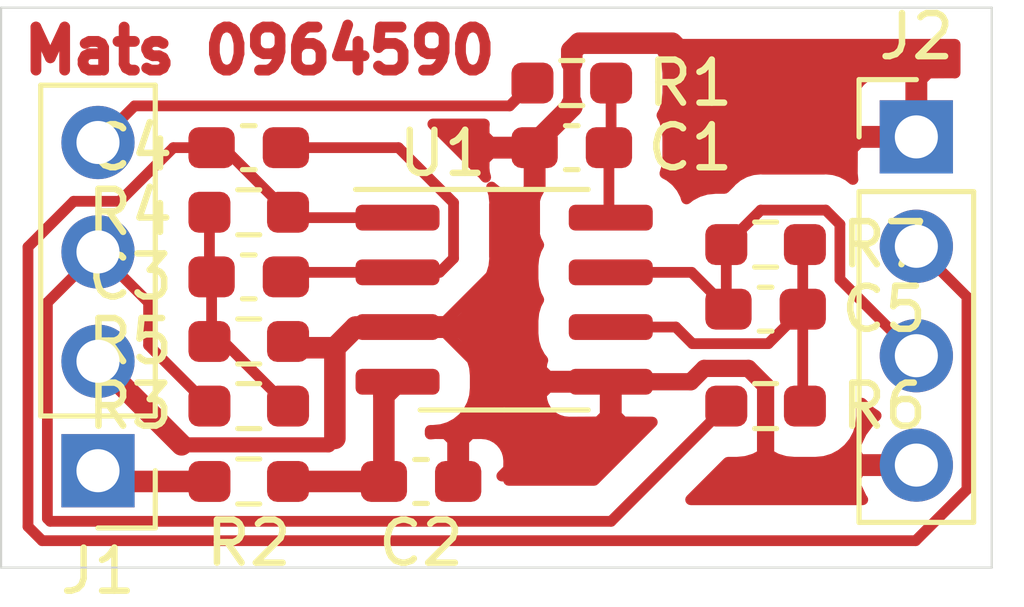
<source format=kicad_pcb>
(kicad_pcb (version 20171130) (host pcbnew 5.1.9+dfsg1-1)

  (general
    (thickness 1.6)
    (drawings 5)
    (tracks 96)
    (zones 0)
    (modules 15)
    (nets 12)
  )

  (page A4)
  (layers
    (0 F.Cu signal)
    (31 B.Cu signal)
    (32 B.Adhes user)
    (33 F.Adhes user)
    (34 B.Paste user)
    (35 F.Paste user)
    (36 B.SilkS user)
    (37 F.SilkS user)
    (38 B.Mask user)
    (39 F.Mask user)
    (40 Dwgs.User user)
    (41 Cmts.User user)
    (42 Eco1.User user)
    (43 Eco2.User user)
    (44 Edge.Cuts user)
    (45 Margin user)
    (46 B.CrtYd user)
    (47 F.CrtYd user)
    (48 B.Fab user)
    (49 F.Fab user)
  )

  (setup
    (last_trace_width 0.25)
    (user_trace_width 0.25)
    (user_trace_width 0.35)
    (user_trace_width 0.4)
    (user_trace_width 0.5)
    (trace_clearance 0.2)
    (zone_clearance 0.7)
    (zone_45_only no)
    (trace_min 0.2)
    (via_size 0.8)
    (via_drill 0.4)
    (via_min_size 0.4)
    (via_min_drill 0.3)
    (uvia_size 0.3)
    (uvia_drill 0.1)
    (uvias_allowed no)
    (uvia_min_size 0.2)
    (uvia_min_drill 0.1)
    (edge_width 0.05)
    (segment_width 0.2)
    (pcb_text_width 0.3)
    (pcb_text_size 1.5 1.5)
    (mod_edge_width 0.12)
    (mod_text_size 1 1)
    (mod_text_width 0.15)
    (pad_size 1.524 1.524)
    (pad_drill 0.762)
    (pad_to_mask_clearance 0)
    (aux_axis_origin 0 0)
    (visible_elements FFFFFF7F)
    (pcbplotparams
      (layerselection 0x010fc_ffffffff)
      (usegerberextensions false)
      (usegerberattributes true)
      (usegerberadvancedattributes true)
      (creategerberjobfile true)
      (excludeedgelayer true)
      (linewidth 0.100000)
      (plotframeref false)
      (viasonmask false)
      (mode 1)
      (useauxorigin false)
      (hpglpennumber 1)
      (hpglpenspeed 20)
      (hpglpendiameter 15.000000)
      (psnegative false)
      (psa4output false)
      (plotreference true)
      (plotvalue true)
      (plotinvisibletext false)
      (padsonsilk false)
      (subtractmaskfromsilk false)
      (outputformat 1)
      (mirror false)
      (drillshape 1)
      (scaleselection 1)
      (outputdirectory ""))
  )

  (net 0 "")
  (net 1 GND)
  (net 2 "Net-(C3-Pad2)")
  (net 3 "Net-(C3-Pad1)")
  (net 4 +15V)
  (net 5 -15V)
  (net 6 /out_a)
  (net 7 /fb_b)
  (net 8 /out_b)
  (net 9 /input)
  (net 10 /15v)
  (net 11 /-15v)

  (net_class Default "This is the default net class."
    (clearance 0.2)
    (trace_width 0.25)
    (via_dia 0.8)
    (via_drill 0.4)
    (uvia_dia 0.3)
    (uvia_drill 0.1)
    (add_net +15V)
    (add_net -15V)
    (add_net /-15v)
    (add_net /15v)
    (add_net /fb_b)
    (add_net /input)
    (add_net /out_a)
    (add_net /out_b)
    (add_net GND)
    (add_net "Net-(C3-Pad1)")
    (add_net "Net-(C3-Pad2)")
  )

  (module Connector_PinHeader_2.54mm:PinHeader_1x04_P2.54mm_Vertical (layer F.Cu) (tedit 59FED5CC) (tstamp 618A8D87)
    (at 153 109.25)
    (descr "Through hole straight pin header, 1x04, 2.54mm pitch, single row")
    (tags "Through hole pin header THT 1x04 2.54mm single row")
    (path /618EEB3C)
    (fp_text reference J2 (at 0 -2.33) (layer F.SilkS)
      (effects (font (size 1 1) (thickness 0.15)))
    )
    (fp_text value output (at 0 9.95) (layer F.Fab)
      (effects (font (size 1 1) (thickness 0.15)))
    )
    (fp_text user %R (at 0 3.81 90) (layer F.Fab)
      (effects (font (size 1 1) (thickness 0.15)))
    )
    (fp_line (start -0.635 -1.27) (end 1.27 -1.27) (layer F.Fab) (width 0.1))
    (fp_line (start 1.27 -1.27) (end 1.27 8.89) (layer F.Fab) (width 0.1))
    (fp_line (start 1.27 8.89) (end -1.27 8.89) (layer F.Fab) (width 0.1))
    (fp_line (start -1.27 8.89) (end -1.27 -0.635) (layer F.Fab) (width 0.1))
    (fp_line (start -1.27 -0.635) (end -0.635 -1.27) (layer F.Fab) (width 0.1))
    (fp_line (start -1.33 8.95) (end 1.33 8.95) (layer F.SilkS) (width 0.12))
    (fp_line (start -1.33 1.27) (end -1.33 8.95) (layer F.SilkS) (width 0.12))
    (fp_line (start 1.33 1.27) (end 1.33 8.95) (layer F.SilkS) (width 0.12))
    (fp_line (start -1.33 1.27) (end 1.33 1.27) (layer F.SilkS) (width 0.12))
    (fp_line (start -1.33 0) (end -1.33 -1.33) (layer F.SilkS) (width 0.12))
    (fp_line (start -1.33 -1.33) (end 0 -1.33) (layer F.SilkS) (width 0.12))
    (fp_line (start -1.8 -1.8) (end -1.8 9.4) (layer F.CrtYd) (width 0.05))
    (fp_line (start -1.8 9.4) (end 1.8 9.4) (layer F.CrtYd) (width 0.05))
    (fp_line (start 1.8 9.4) (end 1.8 -1.8) (layer F.CrtYd) (width 0.05))
    (fp_line (start 1.8 -1.8) (end -1.8 -1.8) (layer F.CrtYd) (width 0.05))
    (pad 4 thru_hole oval (at 0 7.62) (size 1.7 1.7) (drill 1) (layers *.Cu *.Mask)
      (net 1 GND))
    (pad 3 thru_hole oval (at 0 5.08) (size 1.7 1.7) (drill 1) (layers *.Cu *.Mask)
      (net 8 /out_b))
    (pad 2 thru_hole oval (at 0 2.54) (size 1.7 1.7) (drill 1) (layers *.Cu *.Mask)
      (net 6 /out_a))
    (pad 1 thru_hole rect (at 0 0) (size 1.7 1.7) (drill 1) (layers *.Cu *.Mask)
      (net 1 GND))
    (model ${KISYS3DMOD}/Connector_PinHeader_2.54mm.3dshapes/PinHeader_1x04_P2.54mm_Vertical.wrl
      (at (xyz 0 0 0))
      (scale (xyz 1 1 1))
      (rotate (xyz 0 0 0))
    )
  )

  (module Package_SO:SOIC-8_3.9x4.9mm_P1.27mm (layer F.Cu) (tedit 5D9F72B1) (tstamp 618A8E18)
    (at 143.43 113.03)
    (descr "SOIC, 8 Pin (JEDEC MS-012AA, https://www.analog.com/media/en/package-pcb-resources/package/pkg_pdf/soic_narrow-r/r_8.pdf), generated with kicad-footprint-generator ipc_gullwing_generator.py")
    (tags "SOIC SO")
    (path /618A7736)
    (attr smd)
    (fp_text reference U1 (at -1.43 -3.4) (layer F.SilkS)
      (effects (font (size 1 1) (thickness 0.15)))
    )
    (fp_text value LM358 (at 0 3.4) (layer F.Fab)
      (effects (font (size 1 1) (thickness 0.15)))
    )
    (fp_text user %R (at 0 0) (layer F.Fab)
      (effects (font (size 0.98 0.98) (thickness 0.15)))
    )
    (fp_line (start 0 2.56) (end 1.95 2.56) (layer F.SilkS) (width 0.12))
    (fp_line (start 0 2.56) (end -1.95 2.56) (layer F.SilkS) (width 0.12))
    (fp_line (start 0 -2.56) (end 1.95 -2.56) (layer F.SilkS) (width 0.12))
    (fp_line (start 0 -2.56) (end -3.45 -2.56) (layer F.SilkS) (width 0.12))
    (fp_line (start -0.975 -2.45) (end 1.95 -2.45) (layer F.Fab) (width 0.1))
    (fp_line (start 1.95 -2.45) (end 1.95 2.45) (layer F.Fab) (width 0.1))
    (fp_line (start 1.95 2.45) (end -1.95 2.45) (layer F.Fab) (width 0.1))
    (fp_line (start -1.95 2.45) (end -1.95 -1.475) (layer F.Fab) (width 0.1))
    (fp_line (start -1.95 -1.475) (end -0.975 -2.45) (layer F.Fab) (width 0.1))
    (fp_line (start -3.7 -2.7) (end -3.7 2.7) (layer F.CrtYd) (width 0.05))
    (fp_line (start -3.7 2.7) (end 3.7 2.7) (layer F.CrtYd) (width 0.05))
    (fp_line (start 3.7 2.7) (end 3.7 -2.7) (layer F.CrtYd) (width 0.05))
    (fp_line (start 3.7 -2.7) (end -3.7 -2.7) (layer F.CrtYd) (width 0.05))
    (pad 8 smd roundrect (at 2.475 -1.905) (size 1.95 0.6) (layers F.Cu F.Paste F.Mask) (roundrect_rratio 0.25)
      (net 10 /15v))
    (pad 7 smd roundrect (at 2.475 -0.635) (size 1.95 0.6) (layers F.Cu F.Paste F.Mask) (roundrect_rratio 0.25)
      (net 8 /out_b))
    (pad 6 smd roundrect (at 2.475 0.635) (size 1.95 0.6) (layers F.Cu F.Paste F.Mask) (roundrect_rratio 0.25)
      (net 7 /fb_b))
    (pad 5 smd roundrect (at 2.475 1.905) (size 1.95 0.6) (layers F.Cu F.Paste F.Mask) (roundrect_rratio 0.25)
      (net 1 GND))
    (pad 4 smd roundrect (at -2.475 1.905) (size 1.95 0.6) (layers F.Cu F.Paste F.Mask) (roundrect_rratio 0.25)
      (net 11 /-15v))
    (pad 3 smd roundrect (at -2.475 0.635) (size 1.95 0.6) (layers F.Cu F.Paste F.Mask) (roundrect_rratio 0.25)
      (net 1 GND))
    (pad 2 smd roundrect (at -2.475 -0.635) (size 1.95 0.6) (layers F.Cu F.Paste F.Mask) (roundrect_rratio 0.25)
      (net 3 "Net-(C3-Pad1)"))
    (pad 1 smd roundrect (at -2.475 -1.905) (size 1.95 0.6) (layers F.Cu F.Paste F.Mask) (roundrect_rratio 0.25)
      (net 6 /out_a))
    (model ${KISYS3DMOD}/Package_SO.3dshapes/SOIC-8_3.9x4.9mm_P1.27mm.wrl
      (at (xyz 0 0 0))
      (scale (xyz 1 1 1))
      (rotate (xyz 0 0 0))
    )
  )

  (module Resistor_SMD:R_0603_1608Metric_Pad0.98x0.95mm_HandSolder (layer F.Cu) (tedit 5F68FEEE) (tstamp 618A8DFE)
    (at 149.5 111.75)
    (descr "Resistor SMD 0603 (1608 Metric), square (rectangular) end terminal, IPC_7351 nominal with elongated pad for handsoldering. (Body size source: IPC-SM-782 page 72, https://www.pcb-3d.com/wordpress/wp-content/uploads/ipc-sm-782a_amendment_1_and_2.pdf), generated with kicad-footprint-generator")
    (tags "resistor handsolder")
    (path /618C99C6)
    (attr smd)
    (fp_text reference R7 (at 2.75 0) (layer F.SilkS)
      (effects (font (size 1 1) (thickness 0.15)))
    )
    (fp_text value 10k (at 0 1.43) (layer F.Fab)
      (effects (font (size 1 1) (thickness 0.15)))
    )
    (fp_text user %R (at 0 0) (layer F.Fab)
      (effects (font (size 0.4 0.4) (thickness 0.06)))
    )
    (fp_line (start -0.8 0.4125) (end -0.8 -0.4125) (layer F.Fab) (width 0.1))
    (fp_line (start -0.8 -0.4125) (end 0.8 -0.4125) (layer F.Fab) (width 0.1))
    (fp_line (start 0.8 -0.4125) (end 0.8 0.4125) (layer F.Fab) (width 0.1))
    (fp_line (start 0.8 0.4125) (end -0.8 0.4125) (layer F.Fab) (width 0.1))
    (fp_line (start -0.254724 -0.5225) (end 0.254724 -0.5225) (layer F.SilkS) (width 0.12))
    (fp_line (start -0.254724 0.5225) (end 0.254724 0.5225) (layer F.SilkS) (width 0.12))
    (fp_line (start -1.65 0.73) (end -1.65 -0.73) (layer F.CrtYd) (width 0.05))
    (fp_line (start -1.65 -0.73) (end 1.65 -0.73) (layer F.CrtYd) (width 0.05))
    (fp_line (start 1.65 -0.73) (end 1.65 0.73) (layer F.CrtYd) (width 0.05))
    (fp_line (start 1.65 0.73) (end -1.65 0.73) (layer F.CrtYd) (width 0.05))
    (pad 2 smd roundrect (at 0.9125 0) (size 0.975 0.95) (layers F.Cu F.Paste F.Mask) (roundrect_rratio 0.25)
      (net 7 /fb_b))
    (pad 1 smd roundrect (at -0.9125 0) (size 0.975 0.95) (layers F.Cu F.Paste F.Mask) (roundrect_rratio 0.25)
      (net 8 /out_b))
    (model ${KISYS3DMOD}/Resistor_SMD.3dshapes/R_0603_1608Metric.wrl
      (at (xyz 0 0 0))
      (scale (xyz 1 1 1))
      (rotate (xyz 0 0 0))
    )
  )

  (module Resistor_SMD:R_0603_1608Metric_Pad0.98x0.95mm_HandSolder (layer F.Cu) (tedit 5F68FEEE) (tstamp 618A8DED)
    (at 149.5 115.5 180)
    (descr "Resistor SMD 0603 (1608 Metric), square (rectangular) end terminal, IPC_7351 nominal with elongated pad for handsoldering. (Body size source: IPC-SM-782 page 72, https://www.pcb-3d.com/wordpress/wp-content/uploads/ipc-sm-782a_amendment_1_and_2.pdf), generated with kicad-footprint-generator")
    (tags "resistor handsolder")
    (path /618CA153)
    (attr smd)
    (fp_text reference R6 (at -2.75 0) (layer F.SilkS)
      (effects (font (size 1 1) (thickness 0.15)))
    )
    (fp_text value 10k (at 0 1.43) (layer F.Fab)
      (effects (font (size 1 1) (thickness 0.15)))
    )
    (fp_text user %R (at 0 0) (layer F.Fab)
      (effects (font (size 0.4 0.4) (thickness 0.06)))
    )
    (fp_line (start -0.8 0.4125) (end -0.8 -0.4125) (layer F.Fab) (width 0.1))
    (fp_line (start -0.8 -0.4125) (end 0.8 -0.4125) (layer F.Fab) (width 0.1))
    (fp_line (start 0.8 -0.4125) (end 0.8 0.4125) (layer F.Fab) (width 0.1))
    (fp_line (start 0.8 0.4125) (end -0.8 0.4125) (layer F.Fab) (width 0.1))
    (fp_line (start -0.254724 -0.5225) (end 0.254724 -0.5225) (layer F.SilkS) (width 0.12))
    (fp_line (start -0.254724 0.5225) (end 0.254724 0.5225) (layer F.SilkS) (width 0.12))
    (fp_line (start -1.65 0.73) (end -1.65 -0.73) (layer F.CrtYd) (width 0.05))
    (fp_line (start -1.65 -0.73) (end 1.65 -0.73) (layer F.CrtYd) (width 0.05))
    (fp_line (start 1.65 -0.73) (end 1.65 0.73) (layer F.CrtYd) (width 0.05))
    (fp_line (start 1.65 0.73) (end -1.65 0.73) (layer F.CrtYd) (width 0.05))
    (pad 2 smd roundrect (at 0.9125 0 180) (size 0.975 0.95) (layers F.Cu F.Paste F.Mask) (roundrect_rratio 0.25)
      (net 9 /input))
    (pad 1 smd roundrect (at -0.9125 0 180) (size 0.975 0.95) (layers F.Cu F.Paste F.Mask) (roundrect_rratio 0.25)
      (net 7 /fb_b))
    (model ${KISYS3DMOD}/Resistor_SMD.3dshapes/R_0603_1608Metric.wrl
      (at (xyz 0 0 0))
      (scale (xyz 1 1 1))
      (rotate (xyz 0 0 0))
    )
  )

  (module Resistor_SMD:R_0603_1608Metric_Pad0.98x0.95mm_HandSolder (layer F.Cu) (tedit 5F68FEEE) (tstamp 618A8DDC)
    (at 137.5 114)
    (descr "Resistor SMD 0603 (1608 Metric), square (rectangular) end terminal, IPC_7351 nominal with elongated pad for handsoldering. (Body size source: IPC-SM-782 page 72, https://www.pcb-3d.com/wordpress/wp-content/uploads/ipc-sm-782a_amendment_1_and_2.pdf), generated with kicad-footprint-generator")
    (tags "resistor handsolder")
    (path /618C0EC3)
    (attr smd)
    (fp_text reference R5 (at -2.75 0) (layer F.SilkS)
      (effects (font (size 1 1) (thickness 0.15)))
    )
    (fp_text value 10k (at 0 1.43) (layer F.Fab)
      (effects (font (size 1 1) (thickness 0.15)))
    )
    (fp_text user %R (at 0 0) (layer F.Fab)
      (effects (font (size 0.4 0.4) (thickness 0.06)))
    )
    (fp_line (start -0.8 0.4125) (end -0.8 -0.4125) (layer F.Fab) (width 0.1))
    (fp_line (start -0.8 -0.4125) (end 0.8 -0.4125) (layer F.Fab) (width 0.1))
    (fp_line (start 0.8 -0.4125) (end 0.8 0.4125) (layer F.Fab) (width 0.1))
    (fp_line (start 0.8 0.4125) (end -0.8 0.4125) (layer F.Fab) (width 0.1))
    (fp_line (start -0.254724 -0.5225) (end 0.254724 -0.5225) (layer F.SilkS) (width 0.12))
    (fp_line (start -0.254724 0.5225) (end 0.254724 0.5225) (layer F.SilkS) (width 0.12))
    (fp_line (start -1.65 0.73) (end -1.65 -0.73) (layer F.CrtYd) (width 0.05))
    (fp_line (start -1.65 -0.73) (end 1.65 -0.73) (layer F.CrtYd) (width 0.05))
    (fp_line (start 1.65 -0.73) (end 1.65 0.73) (layer F.CrtYd) (width 0.05))
    (fp_line (start 1.65 0.73) (end -1.65 0.73) (layer F.CrtYd) (width 0.05))
    (pad 2 smd roundrect (at 0.9125 0) (size 0.975 0.95) (layers F.Cu F.Paste F.Mask) (roundrect_rratio 0.25)
      (net 1 GND))
    (pad 1 smd roundrect (at -0.9125 0) (size 0.975 0.95) (layers F.Cu F.Paste F.Mask) (roundrect_rratio 0.25)
      (net 2 "Net-(C3-Pad2)"))
    (model ${KISYS3DMOD}/Resistor_SMD.3dshapes/R_0603_1608Metric.wrl
      (at (xyz 0 0 0))
      (scale (xyz 1 1 1))
      (rotate (xyz 0 0 0))
    )
  )

  (module Resistor_SMD:R_0603_1608Metric_Pad0.98x0.95mm_HandSolder (layer F.Cu) (tedit 5F68FEEE) (tstamp 618A8DCB)
    (at 137.5 111 180)
    (descr "Resistor SMD 0603 (1608 Metric), square (rectangular) end terminal, IPC_7351 nominal with elongated pad for handsoldering. (Body size source: IPC-SM-782 page 72, https://www.pcb-3d.com/wordpress/wp-content/uploads/ipc-sm-782a_amendment_1_and_2.pdf), generated with kicad-footprint-generator")
    (tags "resistor handsolder")
    (path /618BDD8C)
    (attr smd)
    (fp_text reference R4 (at 2.75 0) (layer F.SilkS)
      (effects (font (size 1 1) (thickness 0.15)))
    )
    (fp_text value 10k (at 0 1.43) (layer F.Fab)
      (effects (font (size 1 1) (thickness 0.15)))
    )
    (fp_text user %R (at 0 0) (layer F.Fab)
      (effects (font (size 0.4 0.4) (thickness 0.06)))
    )
    (fp_line (start -0.8 0.4125) (end -0.8 -0.4125) (layer F.Fab) (width 0.1))
    (fp_line (start -0.8 -0.4125) (end 0.8 -0.4125) (layer F.Fab) (width 0.1))
    (fp_line (start 0.8 -0.4125) (end 0.8 0.4125) (layer F.Fab) (width 0.1))
    (fp_line (start 0.8 0.4125) (end -0.8 0.4125) (layer F.Fab) (width 0.1))
    (fp_line (start -0.254724 -0.5225) (end 0.254724 -0.5225) (layer F.SilkS) (width 0.12))
    (fp_line (start -0.254724 0.5225) (end 0.254724 0.5225) (layer F.SilkS) (width 0.12))
    (fp_line (start -1.65 0.73) (end -1.65 -0.73) (layer F.CrtYd) (width 0.05))
    (fp_line (start -1.65 -0.73) (end 1.65 -0.73) (layer F.CrtYd) (width 0.05))
    (fp_line (start 1.65 -0.73) (end 1.65 0.73) (layer F.CrtYd) (width 0.05))
    (fp_line (start 1.65 0.73) (end -1.65 0.73) (layer F.CrtYd) (width 0.05))
    (pad 2 smd roundrect (at 0.9125 0 180) (size 0.975 0.95) (layers F.Cu F.Paste F.Mask) (roundrect_rratio 0.25)
      (net 2 "Net-(C3-Pad2)"))
    (pad 1 smd roundrect (at -0.9125 0 180) (size 0.975 0.95) (layers F.Cu F.Paste F.Mask) (roundrect_rratio 0.25)
      (net 6 /out_a))
    (model ${KISYS3DMOD}/Resistor_SMD.3dshapes/R_0603_1608Metric.wrl
      (at (xyz 0 0 0))
      (scale (xyz 1 1 1))
      (rotate (xyz 0 0 0))
    )
  )

  (module Resistor_SMD:R_0603_1608Metric_Pad0.98x0.95mm_HandSolder (layer F.Cu) (tedit 5F68FEEE) (tstamp 618A8DBA)
    (at 137.5 115.5 180)
    (descr "Resistor SMD 0603 (1608 Metric), square (rectangular) end terminal, IPC_7351 nominal with elongated pad for handsoldering. (Body size source: IPC-SM-782 page 72, https://www.pcb-3d.com/wordpress/wp-content/uploads/ipc-sm-782a_amendment_1_and_2.pdf), generated with kicad-footprint-generator")
    (tags "resistor handsolder")
    (path /618BEAC4)
    (attr smd)
    (fp_text reference R3 (at 2.75 0) (layer F.SilkS)
      (effects (font (size 1 1) (thickness 0.15)))
    )
    (fp_text value 10k (at 0 1.43) (layer F.Fab)
      (effects (font (size 1 1) (thickness 0.15)))
    )
    (fp_text user %R (at 0 0) (layer F.Fab)
      (effects (font (size 0.4 0.4) (thickness 0.06)))
    )
    (fp_line (start -0.8 0.4125) (end -0.8 -0.4125) (layer F.Fab) (width 0.1))
    (fp_line (start -0.8 -0.4125) (end 0.8 -0.4125) (layer F.Fab) (width 0.1))
    (fp_line (start 0.8 -0.4125) (end 0.8 0.4125) (layer F.Fab) (width 0.1))
    (fp_line (start 0.8 0.4125) (end -0.8 0.4125) (layer F.Fab) (width 0.1))
    (fp_line (start -0.254724 -0.5225) (end 0.254724 -0.5225) (layer F.SilkS) (width 0.12))
    (fp_line (start -0.254724 0.5225) (end 0.254724 0.5225) (layer F.SilkS) (width 0.12))
    (fp_line (start -1.65 0.73) (end -1.65 -0.73) (layer F.CrtYd) (width 0.05))
    (fp_line (start -1.65 -0.73) (end 1.65 -0.73) (layer F.CrtYd) (width 0.05))
    (fp_line (start 1.65 -0.73) (end 1.65 0.73) (layer F.CrtYd) (width 0.05))
    (fp_line (start 1.65 0.73) (end -1.65 0.73) (layer F.CrtYd) (width 0.05))
    (pad 2 smd roundrect (at 0.9125 0 180) (size 0.975 0.95) (layers F.Cu F.Paste F.Mask) (roundrect_rratio 0.25)
      (net 9 /input))
    (pad 1 smd roundrect (at -0.9125 0 180) (size 0.975 0.95) (layers F.Cu F.Paste F.Mask) (roundrect_rratio 0.25)
      (net 2 "Net-(C3-Pad2)"))
    (model ${KISYS3DMOD}/Resistor_SMD.3dshapes/R_0603_1608Metric.wrl
      (at (xyz 0 0 0))
      (scale (xyz 1 1 1))
      (rotate (xyz 0 0 0))
    )
  )

  (module Resistor_SMD:R_0603_1608Metric_Pad0.98x0.95mm_HandSolder (layer F.Cu) (tedit 5F68FEEE) (tstamp 618A8DA9)
    (at 137.5 117.25 180)
    (descr "Resistor SMD 0603 (1608 Metric), square (rectangular) end terminal, IPC_7351 nominal with elongated pad for handsoldering. (Body size source: IPC-SM-782 page 72, https://www.pcb-3d.com/wordpress/wp-content/uploads/ipc-sm-782a_amendment_1_and_2.pdf), generated with kicad-footprint-generator")
    (tags "resistor handsolder")
    (path /61956280)
    (attr smd)
    (fp_text reference R2 (at 0 -1.43) (layer F.SilkS)
      (effects (font (size 1 1) (thickness 0.15)))
    )
    (fp_text value 10 (at 0 1.43) (layer F.Fab)
      (effects (font (size 1 1) (thickness 0.15)))
    )
    (fp_text user %R (at 0 0) (layer F.Fab)
      (effects (font (size 0.4 0.4) (thickness 0.06)))
    )
    (fp_line (start -0.8 0.4125) (end -0.8 -0.4125) (layer F.Fab) (width 0.1))
    (fp_line (start -0.8 -0.4125) (end 0.8 -0.4125) (layer F.Fab) (width 0.1))
    (fp_line (start 0.8 -0.4125) (end 0.8 0.4125) (layer F.Fab) (width 0.1))
    (fp_line (start 0.8 0.4125) (end -0.8 0.4125) (layer F.Fab) (width 0.1))
    (fp_line (start -0.254724 -0.5225) (end 0.254724 -0.5225) (layer F.SilkS) (width 0.12))
    (fp_line (start -0.254724 0.5225) (end 0.254724 0.5225) (layer F.SilkS) (width 0.12))
    (fp_line (start -1.65 0.73) (end -1.65 -0.73) (layer F.CrtYd) (width 0.05))
    (fp_line (start -1.65 -0.73) (end 1.65 -0.73) (layer F.CrtYd) (width 0.05))
    (fp_line (start 1.65 -0.73) (end 1.65 0.73) (layer F.CrtYd) (width 0.05))
    (fp_line (start 1.65 0.73) (end -1.65 0.73) (layer F.CrtYd) (width 0.05))
    (pad 2 smd roundrect (at 0.9125 0 180) (size 0.975 0.95) (layers F.Cu F.Paste F.Mask) (roundrect_rratio 0.25)
      (net 5 -15V))
    (pad 1 smd roundrect (at -0.9125 0 180) (size 0.975 0.95) (layers F.Cu F.Paste F.Mask) (roundrect_rratio 0.25)
      (net 11 /-15v))
    (model ${KISYS3DMOD}/Resistor_SMD.3dshapes/R_0603_1608Metric.wrl
      (at (xyz 0 0 0))
      (scale (xyz 1 1 1))
      (rotate (xyz 0 0 0))
    )
  )

  (module Resistor_SMD:R_0603_1608Metric_Pad0.98x0.95mm_HandSolder (layer F.Cu) (tedit 5F68FEEE) (tstamp 618A8D98)
    (at 145 108)
    (descr "Resistor SMD 0603 (1608 Metric), square (rectangular) end terminal, IPC_7351 nominal with elongated pad for handsoldering. (Body size source: IPC-SM-782 page 72, https://www.pcb-3d.com/wordpress/wp-content/uploads/ipc-sm-782a_amendment_1_and_2.pdf), generated with kicad-footprint-generator")
    (tags "resistor handsolder")
    (path /6194EF6D)
    (attr smd)
    (fp_text reference R1 (at 2.75 0) (layer F.SilkS)
      (effects (font (size 1 1) (thickness 0.15)))
    )
    (fp_text value 10 (at 0 1.43) (layer F.Fab)
      (effects (font (size 1 1) (thickness 0.15)))
    )
    (fp_text user %R (at 0 0) (layer F.Fab)
      (effects (font (size 0.4 0.4) (thickness 0.06)))
    )
    (fp_line (start -0.8 0.4125) (end -0.8 -0.4125) (layer F.Fab) (width 0.1))
    (fp_line (start -0.8 -0.4125) (end 0.8 -0.4125) (layer F.Fab) (width 0.1))
    (fp_line (start 0.8 -0.4125) (end 0.8 0.4125) (layer F.Fab) (width 0.1))
    (fp_line (start 0.8 0.4125) (end -0.8 0.4125) (layer F.Fab) (width 0.1))
    (fp_line (start -0.254724 -0.5225) (end 0.254724 -0.5225) (layer F.SilkS) (width 0.12))
    (fp_line (start -0.254724 0.5225) (end 0.254724 0.5225) (layer F.SilkS) (width 0.12))
    (fp_line (start -1.65 0.73) (end -1.65 -0.73) (layer F.CrtYd) (width 0.05))
    (fp_line (start -1.65 -0.73) (end 1.65 -0.73) (layer F.CrtYd) (width 0.05))
    (fp_line (start 1.65 -0.73) (end 1.65 0.73) (layer F.CrtYd) (width 0.05))
    (fp_line (start 1.65 0.73) (end -1.65 0.73) (layer F.CrtYd) (width 0.05))
    (pad 2 smd roundrect (at 0.9125 0) (size 0.975 0.95) (layers F.Cu F.Paste F.Mask) (roundrect_rratio 0.25)
      (net 10 /15v))
    (pad 1 smd roundrect (at -0.9125 0) (size 0.975 0.95) (layers F.Cu F.Paste F.Mask) (roundrect_rratio 0.25)
      (net 4 +15V))
    (model ${KISYS3DMOD}/Resistor_SMD.3dshapes/R_0603_1608Metric.wrl
      (at (xyz 0 0 0))
      (scale (xyz 1 1 1))
      (rotate (xyz 0 0 0))
    )
  )

  (module Connector_PinHeader_2.54mm:PinHeader_1x04_P2.54mm_Vertical (layer F.Cu) (tedit 59FED5CC) (tstamp 618A8D6F)
    (at 134 117 180)
    (descr "Through hole straight pin header, 1x04, 2.54mm pitch, single row")
    (tags "Through hole pin header THT 1x04 2.54mm single row")
    (path /618F3402)
    (fp_text reference J1 (at 0 -2.33) (layer F.SilkS)
      (effects (font (size 1 1) (thickness 0.15)))
    )
    (fp_text value input (at 0 9.95) (layer F.Fab)
      (effects (font (size 1 1) (thickness 0.15)))
    )
    (fp_text user %R (at 0 3.81 90) (layer F.Fab)
      (effects (font (size 1 1) (thickness 0.15)))
    )
    (fp_line (start -0.635 -1.27) (end 1.27 -1.27) (layer F.Fab) (width 0.1))
    (fp_line (start 1.27 -1.27) (end 1.27 8.89) (layer F.Fab) (width 0.1))
    (fp_line (start 1.27 8.89) (end -1.27 8.89) (layer F.Fab) (width 0.1))
    (fp_line (start -1.27 8.89) (end -1.27 -0.635) (layer F.Fab) (width 0.1))
    (fp_line (start -1.27 -0.635) (end -0.635 -1.27) (layer F.Fab) (width 0.1))
    (fp_line (start -1.33 8.95) (end 1.33 8.95) (layer F.SilkS) (width 0.12))
    (fp_line (start -1.33 1.27) (end -1.33 8.95) (layer F.SilkS) (width 0.12))
    (fp_line (start 1.33 1.27) (end 1.33 8.95) (layer F.SilkS) (width 0.12))
    (fp_line (start -1.33 1.27) (end 1.33 1.27) (layer F.SilkS) (width 0.12))
    (fp_line (start -1.33 0) (end -1.33 -1.33) (layer F.SilkS) (width 0.12))
    (fp_line (start -1.33 -1.33) (end 0 -1.33) (layer F.SilkS) (width 0.12))
    (fp_line (start -1.8 -1.8) (end -1.8 9.4) (layer F.CrtYd) (width 0.05))
    (fp_line (start -1.8 9.4) (end 1.8 9.4) (layer F.CrtYd) (width 0.05))
    (fp_line (start 1.8 9.4) (end 1.8 -1.8) (layer F.CrtYd) (width 0.05))
    (fp_line (start 1.8 -1.8) (end -1.8 -1.8) (layer F.CrtYd) (width 0.05))
    (pad 4 thru_hole oval (at 0 7.62 180) (size 1.7 1.7) (drill 1) (layers *.Cu *.Mask)
      (net 4 +15V))
    (pad 3 thru_hole oval (at 0 5.08 180) (size 1.7 1.7) (drill 1) (layers *.Cu *.Mask)
      (net 9 /input))
    (pad 2 thru_hole oval (at 0 2.54 180) (size 1.7 1.7) (drill 1) (layers *.Cu *.Mask)
      (net 1 GND))
    (pad 1 thru_hole rect (at 0 0 180) (size 1.7 1.7) (drill 1) (layers *.Cu *.Mask)
      (net 5 -15V))
    (model ${KISYS3DMOD}/Connector_PinHeader_2.54mm.3dshapes/PinHeader_1x04_P2.54mm_Vertical.wrl
      (at (xyz 0 0 0))
      (scale (xyz 1 1 1))
      (rotate (xyz 0 0 0))
    )
  )

  (module Capacitor_SMD:C_0603_1608Metric_Pad1.08x0.95mm_HandSolder (layer F.Cu) (tedit 5F68FEEF) (tstamp 618A8D57)
    (at 149.5 113.25)
    (descr "Capacitor SMD 0603 (1608 Metric), square (rectangular) end terminal, IPC_7351 nominal with elongated pad for handsoldering. (Body size source: IPC-SM-782 page 76, https://www.pcb-3d.com/wordpress/wp-content/uploads/ipc-sm-782a_amendment_1_and_2.pdf), generated with kicad-footprint-generator")
    (tags "capacitor handsolder")
    (path /618CFA3C)
    (attr smd)
    (fp_text reference C5 (at 2.75 0) (layer F.SilkS)
      (effects (font (size 1 1) (thickness 0.15)))
    )
    (fp_text value 100n (at 0 1.43) (layer F.Fab)
      (effects (font (size 1 1) (thickness 0.15)))
    )
    (fp_text user %R (at 0 0) (layer F.Fab)
      (effects (font (size 0.4 0.4) (thickness 0.06)))
    )
    (fp_line (start -0.8 0.4) (end -0.8 -0.4) (layer F.Fab) (width 0.1))
    (fp_line (start -0.8 -0.4) (end 0.8 -0.4) (layer F.Fab) (width 0.1))
    (fp_line (start 0.8 -0.4) (end 0.8 0.4) (layer F.Fab) (width 0.1))
    (fp_line (start 0.8 0.4) (end -0.8 0.4) (layer F.Fab) (width 0.1))
    (fp_line (start -0.146267 -0.51) (end 0.146267 -0.51) (layer F.SilkS) (width 0.12))
    (fp_line (start -0.146267 0.51) (end 0.146267 0.51) (layer F.SilkS) (width 0.12))
    (fp_line (start -1.65 0.73) (end -1.65 -0.73) (layer F.CrtYd) (width 0.05))
    (fp_line (start -1.65 -0.73) (end 1.65 -0.73) (layer F.CrtYd) (width 0.05))
    (fp_line (start 1.65 -0.73) (end 1.65 0.73) (layer F.CrtYd) (width 0.05))
    (fp_line (start 1.65 0.73) (end -1.65 0.73) (layer F.CrtYd) (width 0.05))
    (pad 2 smd roundrect (at 0.8625 0) (size 1.075 0.95) (layers F.Cu F.Paste F.Mask) (roundrect_rratio 0.25)
      (net 7 /fb_b))
    (pad 1 smd roundrect (at -0.8625 0) (size 1.075 0.95) (layers F.Cu F.Paste F.Mask) (roundrect_rratio 0.25)
      (net 8 /out_b))
    (model ${KISYS3DMOD}/Capacitor_SMD.3dshapes/C_0603_1608Metric.wrl
      (at (xyz 0 0 0))
      (scale (xyz 1 1 1))
      (rotate (xyz 0 0 0))
    )
  )

  (module Capacitor_SMD:C_0603_1608Metric_Pad1.08x0.95mm_HandSolder (layer F.Cu) (tedit 5F68FEEF) (tstamp 618A8D46)
    (at 137.5 109.5)
    (descr "Capacitor SMD 0603 (1608 Metric), square (rectangular) end terminal, IPC_7351 nominal with elongated pad for handsoldering. (Body size source: IPC-SM-782 page 76, https://www.pcb-3d.com/wordpress/wp-content/uploads/ipc-sm-782a_amendment_1_and_2.pdf), generated with kicad-footprint-generator")
    (tags "capacitor handsolder")
    (path /618BC16F)
    (attr smd)
    (fp_text reference C4 (at -2.75 0) (layer F.SilkS)
      (effects (font (size 1 1) (thickness 0.15)))
    )
    (fp_text value 100n (at 0 1.43) (layer F.Fab)
      (effects (font (size 1 1) (thickness 0.15)))
    )
    (fp_text user %R (at 0 0) (layer F.Fab)
      (effects (font (size 0.4 0.4) (thickness 0.06)))
    )
    (fp_line (start -0.8 0.4) (end -0.8 -0.4) (layer F.Fab) (width 0.1))
    (fp_line (start -0.8 -0.4) (end 0.8 -0.4) (layer F.Fab) (width 0.1))
    (fp_line (start 0.8 -0.4) (end 0.8 0.4) (layer F.Fab) (width 0.1))
    (fp_line (start 0.8 0.4) (end -0.8 0.4) (layer F.Fab) (width 0.1))
    (fp_line (start -0.146267 -0.51) (end 0.146267 -0.51) (layer F.SilkS) (width 0.12))
    (fp_line (start -0.146267 0.51) (end 0.146267 0.51) (layer F.SilkS) (width 0.12))
    (fp_line (start -1.65 0.73) (end -1.65 -0.73) (layer F.CrtYd) (width 0.05))
    (fp_line (start -1.65 -0.73) (end 1.65 -0.73) (layer F.CrtYd) (width 0.05))
    (fp_line (start 1.65 -0.73) (end 1.65 0.73) (layer F.CrtYd) (width 0.05))
    (fp_line (start 1.65 0.73) (end -1.65 0.73) (layer F.CrtYd) (width 0.05))
    (pad 2 smd roundrect (at 0.8625 0) (size 1.075 0.95) (layers F.Cu F.Paste F.Mask) (roundrect_rratio 0.25)
      (net 3 "Net-(C3-Pad1)"))
    (pad 1 smd roundrect (at -0.8625 0) (size 1.075 0.95) (layers F.Cu F.Paste F.Mask) (roundrect_rratio 0.25)
      (net 6 /out_a))
    (model ${KISYS3DMOD}/Capacitor_SMD.3dshapes/C_0603_1608Metric.wrl
      (at (xyz 0 0 0))
      (scale (xyz 1 1 1))
      (rotate (xyz 0 0 0))
    )
  )

  (module Capacitor_SMD:C_0603_1608Metric_Pad1.08x0.95mm_HandSolder (layer F.Cu) (tedit 5F68FEEF) (tstamp 618A8D35)
    (at 137.5 112.5 180)
    (descr "Capacitor SMD 0603 (1608 Metric), square (rectangular) end terminal, IPC_7351 nominal with elongated pad for handsoldering. (Body size source: IPC-SM-782 page 76, https://www.pcb-3d.com/wordpress/wp-content/uploads/ipc-sm-782a_amendment_1_and_2.pdf), generated with kicad-footprint-generator")
    (tags "capacitor handsolder")
    (path /618B93E1)
    (attr smd)
    (fp_text reference C3 (at 2.75 0) (layer F.SilkS)
      (effects (font (size 1 1) (thickness 0.15)))
    )
    (fp_text value 100n (at 0 1.43) (layer F.Fab)
      (effects (font (size 1 1) (thickness 0.15)))
    )
    (fp_text user %R (at 0 0) (layer F.Fab)
      (effects (font (size 0.4 0.4) (thickness 0.06)))
    )
    (fp_line (start -0.8 0.4) (end -0.8 -0.4) (layer F.Fab) (width 0.1))
    (fp_line (start -0.8 -0.4) (end 0.8 -0.4) (layer F.Fab) (width 0.1))
    (fp_line (start 0.8 -0.4) (end 0.8 0.4) (layer F.Fab) (width 0.1))
    (fp_line (start 0.8 0.4) (end -0.8 0.4) (layer F.Fab) (width 0.1))
    (fp_line (start -0.146267 -0.51) (end 0.146267 -0.51) (layer F.SilkS) (width 0.12))
    (fp_line (start -0.146267 0.51) (end 0.146267 0.51) (layer F.SilkS) (width 0.12))
    (fp_line (start -1.65 0.73) (end -1.65 -0.73) (layer F.CrtYd) (width 0.05))
    (fp_line (start -1.65 -0.73) (end 1.65 -0.73) (layer F.CrtYd) (width 0.05))
    (fp_line (start 1.65 -0.73) (end 1.65 0.73) (layer F.CrtYd) (width 0.05))
    (fp_line (start 1.65 0.73) (end -1.65 0.73) (layer F.CrtYd) (width 0.05))
    (pad 2 smd roundrect (at 0.8625 0 180) (size 1.075 0.95) (layers F.Cu F.Paste F.Mask) (roundrect_rratio 0.25)
      (net 2 "Net-(C3-Pad2)"))
    (pad 1 smd roundrect (at -0.8625 0 180) (size 1.075 0.95) (layers F.Cu F.Paste F.Mask) (roundrect_rratio 0.25)
      (net 3 "Net-(C3-Pad1)"))
    (model ${KISYS3DMOD}/Capacitor_SMD.3dshapes/C_0603_1608Metric.wrl
      (at (xyz 0 0 0))
      (scale (xyz 1 1 1))
      (rotate (xyz 0 0 0))
    )
  )

  (module Capacitor_SMD:C_0603_1608Metric_Pad1.08x0.95mm_HandSolder (layer F.Cu) (tedit 5F68FEEF) (tstamp 618A8D24)
    (at 141.5 117.25 180)
    (descr "Capacitor SMD 0603 (1608 Metric), square (rectangular) end terminal, IPC_7351 nominal with elongated pad for handsoldering. (Body size source: IPC-SM-782 page 76, https://www.pcb-3d.com/wordpress/wp-content/uploads/ipc-sm-782a_amendment_1_and_2.pdf), generated with kicad-footprint-generator")
    (tags "capacitor handsolder")
    (path /6194242B)
    (attr smd)
    (fp_text reference C2 (at 0 -1.43) (layer F.SilkS)
      (effects (font (size 1 1) (thickness 0.15)))
    )
    (fp_text value 100n (at 0 1.43) (layer F.Fab)
      (effects (font (size 1 1) (thickness 0.15)))
    )
    (fp_text user %R (at 0 0) (layer F.Fab)
      (effects (font (size 0.4 0.4) (thickness 0.06)))
    )
    (fp_line (start -0.8 0.4) (end -0.8 -0.4) (layer F.Fab) (width 0.1))
    (fp_line (start -0.8 -0.4) (end 0.8 -0.4) (layer F.Fab) (width 0.1))
    (fp_line (start 0.8 -0.4) (end 0.8 0.4) (layer F.Fab) (width 0.1))
    (fp_line (start 0.8 0.4) (end -0.8 0.4) (layer F.Fab) (width 0.1))
    (fp_line (start -0.146267 -0.51) (end 0.146267 -0.51) (layer F.SilkS) (width 0.12))
    (fp_line (start -0.146267 0.51) (end 0.146267 0.51) (layer F.SilkS) (width 0.12))
    (fp_line (start -1.65 0.73) (end -1.65 -0.73) (layer F.CrtYd) (width 0.05))
    (fp_line (start -1.65 -0.73) (end 1.65 -0.73) (layer F.CrtYd) (width 0.05))
    (fp_line (start 1.65 -0.73) (end 1.65 0.73) (layer F.CrtYd) (width 0.05))
    (fp_line (start 1.65 0.73) (end -1.65 0.73) (layer F.CrtYd) (width 0.05))
    (pad 2 smd roundrect (at 0.8625 0 180) (size 1.075 0.95) (layers F.Cu F.Paste F.Mask) (roundrect_rratio 0.25)
      (net 11 /-15v))
    (pad 1 smd roundrect (at -0.8625 0 180) (size 1.075 0.95) (layers F.Cu F.Paste F.Mask) (roundrect_rratio 0.25)
      (net 1 GND))
    (model ${KISYS3DMOD}/Capacitor_SMD.3dshapes/C_0603_1608Metric.wrl
      (at (xyz 0 0 0))
      (scale (xyz 1 1 1))
      (rotate (xyz 0 0 0))
    )
  )

  (module Capacitor_SMD:C_0603_1608Metric_Pad1.08x0.95mm_HandSolder (layer F.Cu) (tedit 5F68FEEF) (tstamp 618A8D13)
    (at 145 109.5 180)
    (descr "Capacitor SMD 0603 (1608 Metric), square (rectangular) end terminal, IPC_7351 nominal with elongated pad for handsoldering. (Body size source: IPC-SM-782 page 76, https://www.pcb-3d.com/wordpress/wp-content/uploads/ipc-sm-782a_amendment_1_and_2.pdf), generated with kicad-footprint-generator")
    (tags "capacitor handsolder")
    (path /6194097B)
    (attr smd)
    (fp_text reference C1 (at -2.75 0) (layer F.SilkS)
      (effects (font (size 1 1) (thickness 0.15)))
    )
    (fp_text value 100n (at 0 1.43) (layer F.Fab)
      (effects (font (size 1 1) (thickness 0.15)))
    )
    (fp_text user %R (at 0 0) (layer F.Fab)
      (effects (font (size 0.4 0.4) (thickness 0.06)))
    )
    (fp_line (start -0.8 0.4) (end -0.8 -0.4) (layer F.Fab) (width 0.1))
    (fp_line (start -0.8 -0.4) (end 0.8 -0.4) (layer F.Fab) (width 0.1))
    (fp_line (start 0.8 -0.4) (end 0.8 0.4) (layer F.Fab) (width 0.1))
    (fp_line (start 0.8 0.4) (end -0.8 0.4) (layer F.Fab) (width 0.1))
    (fp_line (start -0.146267 -0.51) (end 0.146267 -0.51) (layer F.SilkS) (width 0.12))
    (fp_line (start -0.146267 0.51) (end 0.146267 0.51) (layer F.SilkS) (width 0.12))
    (fp_line (start -1.65 0.73) (end -1.65 -0.73) (layer F.CrtYd) (width 0.05))
    (fp_line (start -1.65 -0.73) (end 1.65 -0.73) (layer F.CrtYd) (width 0.05))
    (fp_line (start 1.65 -0.73) (end 1.65 0.73) (layer F.CrtYd) (width 0.05))
    (fp_line (start 1.65 0.73) (end -1.65 0.73) (layer F.CrtYd) (width 0.05))
    (pad 2 smd roundrect (at 0.8625 0 180) (size 1.075 0.95) (layers F.Cu F.Paste F.Mask) (roundrect_rratio 0.25)
      (net 1 GND))
    (pad 1 smd roundrect (at -0.8625 0 180) (size 1.075 0.95) (layers F.Cu F.Paste F.Mask) (roundrect_rratio 0.25)
      (net 10 /15v))
    (model ${KISYS3DMOD}/Capacitor_SMD.3dshapes/C_0603_1608Metric.wrl
      (at (xyz 0 0 0))
      (scale (xyz 1 1 1))
      (rotate (xyz 0 0 0))
    )
  )

  (gr_text "Mats 0964590" (at 137.75 107.25) (layer F.Cu)
    (effects (font (size 1 1) (thickness 0.25)))
  )
  (gr_line (start 131.75 106.25) (end 131.75 119.25) (layer Edge.Cuts) (width 0.05) (tstamp 618AB97D))
  (gr_line (start 154.75 106.25) (end 131.75 106.25) (layer Edge.Cuts) (width 0.05))
  (gr_line (start 154.75 119.25) (end 154.75 106.25) (layer Edge.Cuts) (width 0.05))
  (gr_line (start 131.75 119.25) (end 154.75 119.25) (layer Edge.Cuts) (width 0.05))

  (segment (start 140.37252 113.665) (end 140.955 113.665) (width 0.25) (layer F.Cu) (net 1))
  (segment (start 144.1375 111.4575) (end 144.1375 109.5) (width 0.25) (layer F.Cu) (net 1))
  (segment (start 141.93 113.665) (end 144.1375 111.4575) (width 0.25) (layer F.Cu) (net 1))
  (segment (start 141.93 113.665) (end 142.8625 114.5975) (width 0.25) (layer F.Cu) (net 1))
  (segment (start 140.955 113.665) (end 141.93 113.665) (width 0.25) (layer F.Cu) (net 1))
  (segment (start 143.2 114.935) (end 142.8625 114.5975) (width 0.25) (layer F.Cu) (net 1))
  (segment (start 145.905 114.935) (end 143.2 114.935) (width 0.25) (layer F.Cu) (net 1))
  (segment (start 144.1375 109.3625) (end 145.09999 108.40001) (width 0.25) (layer F.Cu) (net 1))
  (segment (start 144.1375 109.5) (end 144.1375 109.3625) (width 0.25) (layer F.Cu) (net 1))
  (segment (start 142.3625 117.25) (end 142.3625 116.1375) (width 0.25) (layer F.Cu) (net 1))
  (segment (start 142.3625 116.1375) (end 143.5 115) (width 0.25) (layer F.Cu) (net 1))
  (segment (start 139.5 114.145) (end 139.5 116.25) (width 0.5) (layer F.Cu) (net 1))
  (segment (start 139.98 113.665) (end 140.955 113.665) (width 0.5) (layer F.Cu) (net 1))
  (segment (start 139.5 114.145) (end 139.98 113.665) (width 0.5) (layer F.Cu) (net 1))
  (segment (start 138.5575 114.145) (end 138.4125 114) (width 0.5) (layer F.Cu) (net 1))
  (segment (start 139.5 114.145) (end 138.5575 114.145) (width 0.5) (layer F.Cu) (net 1))
  (segment (start 145 108.547288) (end 145 108.5) (width 0.5) (layer F.Cu) (net 1))
  (segment (start 144.1375 109.409788) (end 145 108.547288) (width 0.5) (layer F.Cu) (net 1))
  (segment (start 144.1375 109.5) (end 144.1375 109.409788) (width 0.5) (layer F.Cu) (net 1))
  (segment (start 145 107.523424) (end 145 108.547288) (width 0.4) (layer F.Cu) (net 1))
  (segment (start 139.35001 116.39999) (end 139.5 116.25) (width 0.35) (layer F.Cu) (net 1))
  (segment (start 135.93999 116.39999) (end 139.35001 116.39999) (width 0.35) (layer F.Cu) (net 1))
  (segment (start 134 114.46) (end 135.93999 116.39999) (width 0.5) (layer F.Cu) (net 1))
  (segment (start 149.101566 114.62499) (end 149.5 115.023424) (width 0.4) (layer F.Cu) (net 1))
  (segment (start 149.5 115.023424) (end 149.5 117.25) (width 0.4) (layer F.Cu) (net 1))
  (segment (start 147.763424 114.935) (end 145.905 114.935) (width 0.4) (layer F.Cu) (net 1))
  (segment (start 148.073434 114.62499) (end 147.763424 114.935) (width 0.4) (layer F.Cu) (net 1))
  (segment (start 149.101566 114.62499) (end 148.073434 114.62499) (width 0.4) (layer F.Cu) (net 1))
  (segment (start 145 107.523424) (end 145 107.25) (width 0.5) (layer F.Cu) (net 1))
  (segment (start 145.17501 107.07499) (end 147.32499 107.07499) (width 0.5) (layer F.Cu) (net 1))
  (segment (start 145 107.25) (end 145.17501 107.07499) (width 0.5) (layer F.Cu) (net 1))
  (segment (start 147.32499 107.07499) (end 147.5 107.25) (width 0.5) (layer F.Cu) (net 1))
  (segment (start 136.5875 112.45) (end 136.6375 112.5) (width 0.25) (layer F.Cu) (net 2))
  (segment (start 136.5875 111) (end 136.5875 112.45) (width 0.25) (layer F.Cu) (net 2))
  (segment (start 136.6375 113.95) (end 136.5875 114) (width 0.25) (layer F.Cu) (net 2))
  (segment (start 136.6375 112.5) (end 136.6375 113.95) (width 0.25) (layer F.Cu) (net 2))
  (segment (start 136.9125 114) (end 138.4125 115.5) (width 0.25) (layer F.Cu) (net 2))
  (segment (start 136.5875 114) (end 136.9125 114) (width 0.25) (layer F.Cu) (net 2))
  (segment (start 138.4675 112.395) (end 138.3625 112.5) (width 0.25) (layer F.Cu) (net 3))
  (segment (start 140.955 112.395) (end 138.4675 112.395) (width 0.25) (layer F.Cu) (net 3))
  (segment (start 141.93 112.395) (end 140.955 112.395) (width 0.25) (layer F.Cu) (net 3))
  (segment (start 142.25501 112.06999) (end 141.93 112.395) (width 0.25) (layer F.Cu) (net 3))
  (segment (start 140.976768 109.5) (end 142.25501 110.778242) (width 0.25) (layer F.Cu) (net 3))
  (segment (start 142.25501 110.778242) (end 142.25501 112.06999) (width 0.25) (layer F.Cu) (net 3))
  (segment (start 138.3625 109.5) (end 140.976768 109.5) (width 0.25) (layer F.Cu) (net 3))
  (segment (start 143.557499 108.530001) (end 144.0875 108) (width 0.25) (layer F.Cu) (net 4))
  (segment (start 134.849999 108.530001) (end 143.557499 108.530001) (width 0.25) (layer F.Cu) (net 4))
  (segment (start 134 109.38) (end 134.849999 108.530001) (width 0.25) (layer F.Cu) (net 4))
  (segment (start 134.25 117.25) (end 134 117) (width 0.5) (layer F.Cu) (net 5))
  (segment (start 136.5875 117.25) (end 134.25 117.25) (width 0.5) (layer F.Cu) (net 5))
  (segment (start 138.5375 111.125) (end 138.4125 111) (width 0.25) (layer F.Cu) (net 6))
  (segment (start 140.955 111.125) (end 138.5375 111.125) (width 0.25) (layer F.Cu) (net 6))
  (segment (start 136.9125 109.5) (end 138.4125 111) (width 0.25) (layer F.Cu) (net 6))
  (segment (start 136.6375 109.5) (end 136.9125 109.5) (width 0.25) (layer F.Cu) (net 6))
  (segment (start 132.37499 118.296402) (end 132.703599 118.625011) (width 0.25) (layer F.Cu) (net 6))
  (segment (start 132.37499 111.806008) (end 132.37499 118.296402) (width 0.25) (layer F.Cu) (net 6))
  (segment (start 133.435999 110.744999) (end 132.37499 111.806008) (width 0.25) (layer F.Cu) (net 6))
  (segment (start 134.505001 110.744999) (end 133.435999 110.744999) (width 0.25) (layer F.Cu) (net 6))
  (segment (start 135.75 109.5) (end 134.505001 110.744999) (width 0.25) (layer F.Cu) (net 6))
  (segment (start 136.6375 109.5) (end 135.75 109.5) (width 0.25) (layer F.Cu) (net 6))
  (segment (start 154.175001 112.965001) (end 153 111.79) (width 0.25) (layer F.Cu) (net 6))
  (segment (start 154.175001 117.434001) (end 154.175001 112.965001) (width 0.25) (layer F.Cu) (net 6))
  (segment (start 152.983991 118.625011) (end 154.175001 117.434001) (width 0.25) (layer F.Cu) (net 6))
  (segment (start 132.703599 118.625011) (end 152.983991 118.625011) (width 0.25) (layer F.Cu) (net 6))
  (segment (start 150.3625 111.8) (end 150.4125 111.75) (width 0.25) (layer F.Cu) (net 7))
  (segment (start 150.3625 113.25) (end 150.3625 111.8) (width 0.25) (layer F.Cu) (net 7))
  (segment (start 150.3625 115.45) (end 150.4125 115.5) (width 0.25) (layer F.Cu) (net 7))
  (segment (start 150.3625 113.25) (end 150.3625 115.45) (width 0.25) (layer F.Cu) (net 7))
  (segment (start 149.56249 114.05001) (end 150.3625 113.25) (width 0.25) (layer F.Cu) (net 7))
  (segment (start 145.905 113.665) (end 147.415 113.665) (width 0.25) (layer F.Cu) (net 7))
  (segment (start 147.80001 114.05001) (end 149.56249 114.05001) (width 0.25) (layer F.Cu) (net 7))
  (segment (start 147.415 113.665) (end 147.80001 114.05001) (width 0.25) (layer F.Cu) (net 7))
  (segment (start 148.5875 113.2) (end 148.6375 113.25) (width 0.25) (layer F.Cu) (net 8))
  (segment (start 148.5875 111.75) (end 148.5875 113.2) (width 0.25) (layer F.Cu) (net 8))
  (segment (start 147.7825 112.395) (end 148.6375 113.25) (width 0.25) (layer F.Cu) (net 8))
  (segment (start 145.905 112.395) (end 147.7825 112.395) (width 0.25) (layer F.Cu) (net 8))
  (segment (start 148.5875 111.75) (end 149.38751 110.94999) (width 0.25) (layer F.Cu) (net 8))
  (segment (start 150.8955 110.94999) (end 149.38751 110.94999) (width 0.25) (layer F.Cu) (net 8))
  (segment (start 151.22501 111.2795) (end 150.8955 110.94999) (width 0.25) (layer F.Cu) (net 8))
  (segment (start 151.22501 112.55501) (end 151.22501 111.2795) (width 0.25) (layer F.Cu) (net 8))
  (segment (start 153 114.33) (end 151.22501 112.55501) (width 0.25) (layer F.Cu) (net 8))
  (segment (start 135.175001 114.087501) (end 136.5875 115.5) (width 0.25) (layer F.Cu) (net 9))
  (segment (start 135.175001 113.095001) (end 135.175001 114.087501) (width 0.25) (layer F.Cu) (net 9))
  (segment (start 134 111.92) (end 135.175001 113.095001) (width 0.25) (layer F.Cu) (net 9))
  (segment (start 145.912499 118.175001) (end 148.5875 115.5) (width 0.25) (layer F.Cu) (net 9))
  (segment (start 132.889999 118.175001) (end 145.912499 118.175001) (width 0.25) (layer F.Cu) (net 9))
  (segment (start 132.824999 118.110001) (end 132.889999 118.175001) (width 0.25) (layer F.Cu) (net 9))
  (segment (start 132.824999 113.095001) (end 132.824999 118.110001) (width 0.25) (layer F.Cu) (net 9))
  (segment (start 134 111.92) (end 132.824999 113.095001) (width 0.25) (layer F.Cu) (net 9))
  (segment (start 145.8625 111.0825) (end 145.905 111.125) (width 0.25) (layer F.Cu) (net 10))
  (segment (start 145.8625 109.5) (end 145.8625 111.0825) (width 0.25) (layer F.Cu) (net 10))
  (segment (start 145.9125 109.45) (end 145.8625 109.5) (width 0.25) (layer F.Cu) (net 10))
  (segment (start 145.9125 108) (end 145.9125 109.45) (width 0.25) (layer F.Cu) (net 10))
  (segment (start 138.4125 117.25) (end 140.6375 117.25) (width 0.5) (layer F.Cu) (net 11))
  (segment (start 140.6375 115.2525) (end 140.955 114.935) (width 0.5) (layer F.Cu) (net 11))
  (segment (start 140.6375 117.25) (end 140.6375 115.2525) (width 0.5) (layer F.Cu) (net 11))

  (zone (net 1) (net_name GND) (layer F.Cu) (tstamp 618ABA1F) (hatch edge 0.508)
    (connect_pads (clearance 0.7))
    (min_thickness 0.254)
    (fill yes (arc_segments 32) (thermal_gap 0.508) (thermal_bridge_width 0.508))
    (polygon
      (pts
        (xy 154.5 119) (xy 132 119) (xy 132 106.5) (xy 154.5 106.5)
      )
    )
    (filled_polygon
      (pts
        (xy 151.930975 115.632611) (xy 152.065646 115.722595) (xy 151.902412 115.869731) (xy 151.728359 116.10308) (xy 151.603175 116.365901)
        (xy 151.558524 116.51311) (xy 151.679845 116.743) (xy 152.873 116.743) (xy 152.873 116.723) (xy 153.127 116.723)
        (xy 153.127 116.743) (xy 153.147 116.743) (xy 153.147 116.997) (xy 153.127 116.997) (xy 153.127 117.017)
        (xy 152.873 117.017) (xy 152.873 116.997) (xy 151.679845 116.997) (xy 151.558524 117.22689) (xy 151.603175 117.374099)
        (xy 151.728359 117.63692) (xy 151.755279 117.673011) (xy 147.760819 117.673011) (xy 148.62783 116.806001) (xy 148.8375 116.806001)
        (xy 149.045954 116.78547) (xy 149.246398 116.724666) (xy 149.431127 116.625926) (xy 149.5 116.569403) (xy 149.568873 116.625926)
        (xy 149.753602 116.724666) (xy 149.954046 116.78547) (xy 150.1625 116.806001) (xy 150.6625 116.806001) (xy 150.870954 116.78547)
        (xy 151.071398 116.724666) (xy 151.256127 116.625926) (xy 151.418044 116.493044) (xy 151.550926 116.331127) (xy 151.649666 116.146398)
        (xy 151.71047 115.945954) (xy 151.731001 115.7375) (xy 151.731001 115.432637)
      )
    )
    (filled_polygon
      (pts
        (xy 142.961928 109.025) (xy 142.965 109.21425) (xy 143.12375 109.373) (xy 144.0105 109.373) (xy 144.0105 109.353)
        (xy 144.2645 109.353) (xy 144.2645 109.373) (xy 144.2845 109.373) (xy 144.2845 109.627) (xy 144.2645 109.627)
        (xy 144.2645 110.429774) (xy 144.264327 110.429985) (xy 144.173673 110.599587) (xy 144.117849 110.783616) (xy 144.098999 110.975)
        (xy 144.098999 111.275) (xy 144.117849 111.466384) (xy 144.173673 111.650413) (xy 144.232248 111.76) (xy 144.173673 111.869587)
        (xy 144.117849 112.053616) (xy 144.098999 112.245) (xy 144.098999 112.545) (xy 144.117849 112.736384) (xy 144.173673 112.920413)
        (xy 144.232248 113.03) (xy 144.173673 113.139587) (xy 144.117849 113.323616) (xy 144.098999 113.515) (xy 144.098999 113.815)
        (xy 144.117849 114.006384) (xy 144.173673 114.190413) (xy 144.264327 114.360015) (xy 144.326764 114.436094) (xy 144.304188 114.510518)
        (xy 144.291928 114.635) (xy 144.295 114.64925) (xy 144.45375 114.808) (xy 145.778 114.808) (xy 145.778 114.796001)
        (xy 146.032 114.796001) (xy 146.032 114.808) (xy 146.052 114.808) (xy 146.052 115.062) (xy 146.032 115.062)
        (xy 146.032 115.71125) (xy 146.19075 115.87) (xy 146.86815 115.873019) (xy 145.518169 117.223001) (xy 143.535 117.223001)
        (xy 143.535 117.122998) (xy 143.376252 117.122998) (xy 143.535 116.96425) (xy 143.538072 116.775) (xy 143.525812 116.650518)
        (xy 143.489502 116.53082) (xy 143.430537 116.420506) (xy 143.351185 116.323815) (xy 143.254494 116.244463) (xy 143.14418 116.185498)
        (xy 143.024482 116.149188) (xy 142.9 116.136928) (xy 142.64825 116.14) (xy 142.4895 116.29875) (xy 142.4895 117.123)
        (xy 142.5095 117.123) (xy 142.5095 117.223001) (xy 142.2155 117.223001) (xy 142.2155 117.123) (xy 142.2355 117.123)
        (xy 142.2355 116.29875) (xy 142.07675 116.14) (xy 141.825 116.136928) (xy 141.7145 116.147811) (xy 141.7145 116.066001)
        (xy 141.78 116.066001) (xy 141.971384 116.047151) (xy 142.155413 115.991327) (xy 142.325015 115.900673) (xy 142.473672 115.778672)
        (xy 142.595673 115.630015) (xy 142.686327 115.460413) (xy 142.742151 115.276384) (xy 142.746227 115.235) (xy 144.291928 115.235)
        (xy 144.304188 115.359482) (xy 144.340498 115.47918) (xy 144.399463 115.589494) (xy 144.478815 115.686185) (xy 144.575506 115.765537)
        (xy 144.68582 115.824502) (xy 144.805518 115.860812) (xy 144.93 115.873072) (xy 145.61925 115.87) (xy 145.778 115.71125)
        (xy 145.778 115.062) (xy 144.45375 115.062) (xy 144.295 115.22075) (xy 144.291928 115.235) (xy 142.746227 115.235)
        (xy 142.761001 115.085) (xy 142.761001 114.785) (xy 142.742151 114.593616) (xy 142.686327 114.409587) (xy 142.595673 114.239985)
        (xy 142.533236 114.163906) (xy 142.555812 114.089482) (xy 142.568072 113.965) (xy 142.565 113.95075) (xy 142.40625 113.792)
        (xy 141.082 113.792) (xy 141.082 113.803999) (xy 140.828 113.803999) (xy 140.828 113.792) (xy 140.808 113.792)
        (xy 140.808 113.538) (xy 140.828 113.538) (xy 140.828 113.526001) (xy 141.082 113.526001) (xy 141.082 113.538)
        (xy 142.40625 113.538) (xy 142.565 113.37925) (xy 142.568072 113.365) (xy 142.555812 113.240518) (xy 142.533236 113.166094)
        (xy 142.595673 113.090015) (xy 142.604976 113.072611) (xy 142.606423 113.071423) (xy 142.636243 113.035087) (xy 142.895097 112.776233)
        (xy 142.931433 112.746413) (xy 143.050399 112.601452) (xy 143.138799 112.436067) (xy 143.193235 112.256615) (xy 143.20701 112.116755)
        (xy 143.211616 112.06999) (xy 143.20701 112.023225) (xy 143.20701 110.825006) (xy 143.211616 110.778241) (xy 143.193235 110.591617)
        (xy 143.163333 110.493044) (xy 143.139673 110.415045) (xy 143.148815 110.426185) (xy 143.245506 110.505537) (xy 143.35582 110.564502)
        (xy 143.475518 110.600812) (xy 143.6 110.613072) (xy 143.85175 110.61) (xy 144.0105 110.45125) (xy 144.0105 109.627)
        (xy 143.12375 109.627) (xy 142.965 109.78575) (xy 142.961928 109.975) (xy 142.974188 110.099482) (xy 143.000383 110.185835)
        (xy 142.931433 110.101819) (xy 142.895102 110.072003) (xy 141.775098 108.952) (xy 142.969118 108.952)
      )
    )
    (filled_polygon
      (pts
        (xy 134.127 114.333) (xy 134.147 114.333) (xy 134.147 114.587) (xy 134.127 114.587) (xy 134.127 114.607)
        (xy 133.873 114.607) (xy 133.873 114.587) (xy 133.853 114.587) (xy 133.853 114.333) (xy 133.873 114.333)
        (xy 133.873 114.313) (xy 134.127 114.313)
      )
    )
    (filled_polygon
      (pts
        (xy 138.5395 113.873) (xy 138.5595 113.873) (xy 138.5595 114.127) (xy 138.5395 114.127) (xy 138.5395 114.147)
        (xy 138.405831 114.147) (xy 138.2655 114.006669) (xy 138.2655 113.873) (xy 138.2855 113.873) (xy 138.2855 113.853)
        (xy 138.5395 113.853)
      )
    )
    (filled_polygon
      (pts
        (xy 153.898001 107.766656) (xy 153.85 107.761928) (xy 153.28575 107.765) (xy 153.127 107.92375) (xy 153.127 109.123)
        (xy 153.147 109.123) (xy 153.147 109.377) (xy 153.127 109.377) (xy 153.127 109.397) (xy 152.873 109.397)
        (xy 152.873 109.377) (xy 151.67375 109.377) (xy 151.515 109.53575) (xy 151.511928 110.1) (xy 151.524188 110.224482)
        (xy 151.528191 110.237677) (xy 151.426962 110.154601) (xy 151.261577 110.066201) (xy 151.082125 110.011765) (xy 150.942265 109.99799)
        (xy 150.8955 109.993384) (xy 150.848735 109.99799) (xy 149.434275 109.99799) (xy 149.38751 109.993384) (xy 149.200885 110.011765)
        (xy 149.021433 110.066201) (xy 148.856048 110.154601) (xy 148.711087 110.273567) (xy 148.681271 110.309898) (xy 148.54717 110.443999)
        (xy 148.3375 110.443999) (xy 148.129046 110.46453) (xy 147.928602 110.525334) (xy 147.743873 110.624074) (xy 147.663711 110.689861)
        (xy 147.636327 110.599587) (xy 147.545673 110.429985) (xy 147.423672 110.281328) (xy 147.275015 110.159327) (xy 147.16378 110.099871)
        (xy 147.21047 109.945954) (xy 147.231001 109.7375) (xy 147.231001 109.2625) (xy 147.21047 109.054046) (xy 147.149666 108.853602)
        (xy 147.094289 108.75) (xy 147.149666 108.646398) (xy 147.21047 108.445954) (xy 147.214996 108.4) (xy 151.511928 108.4)
        (xy 151.515 108.96425) (xy 151.67375 109.123) (xy 152.873 109.123) (xy 152.873 107.92375) (xy 152.71425 107.765)
        (xy 152.15 107.761928) (xy 152.025518 107.774188) (xy 151.90582 107.810498) (xy 151.795506 107.869463) (xy 151.698815 107.948815)
        (xy 151.619463 108.045506) (xy 151.560498 108.15582) (xy 151.524188 108.275518) (xy 151.511928 108.4) (xy 147.214996 108.4)
        (xy 147.231001 108.2375) (xy 147.231001 107.7625) (xy 147.21047 107.554046) (xy 147.149666 107.353602) (xy 147.050926 107.168873)
        (xy 146.996045 107.102) (xy 153.898001 107.102)
      )
    )
  )
)

</source>
